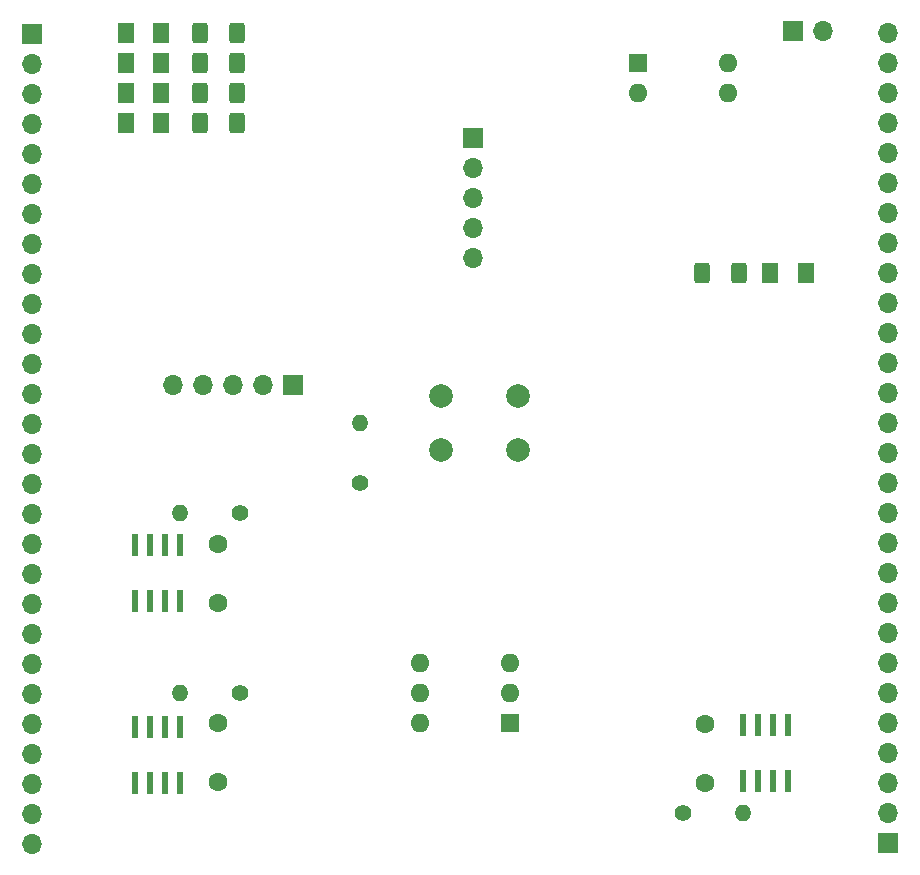
<source format=gbr>
%TF.GenerationSoftware,KiCad,Pcbnew,7.0.7*%
%TF.CreationDate,2024-01-26T20:02:37-03:00*%
%TF.ProjectId,hack_soc_shield,6861636b-5f73-46f6-935f-736869656c64,rev?*%
%TF.SameCoordinates,PX26ed550PY6160b60*%
%TF.FileFunction,Soldermask,Top*%
%TF.FilePolarity,Negative*%
%FSLAX46Y46*%
G04 Gerber Fmt 4.6, Leading zero omitted, Abs format (unit mm)*
G04 Created by KiCad (PCBNEW 7.0.7) date 2024-01-26 20:02:37*
%MOMM*%
%LPD*%
G01*
G04 APERTURE LIST*
G04 Aperture macros list*
%AMRoundRect*
0 Rectangle with rounded corners*
0 $1 Rounding radius*
0 $2 $3 $4 $5 $6 $7 $8 $9 X,Y pos of 4 corners*
0 Add a 4 corners polygon primitive as box body*
4,1,4,$2,$3,$4,$5,$6,$7,$8,$9,$2,$3,0*
0 Add four circle primitives for the rounded corners*
1,1,$1+$1,$2,$3*
1,1,$1+$1,$4,$5*
1,1,$1+$1,$6,$7*
1,1,$1+$1,$8,$9*
0 Add four rect primitives between the rounded corners*
20,1,$1+$1,$2,$3,$4,$5,0*
20,1,$1+$1,$4,$5,$6,$7,0*
20,1,$1+$1,$6,$7,$8,$9,0*
20,1,$1+$1,$8,$9,$2,$3,0*%
G04 Aperture macros list end*
%ADD10R,1.700000X1.700000*%
%ADD11O,1.700000X1.700000*%
%ADD12C,2.000000*%
%ADD13C,1.600000*%
%ADD14RoundRect,0.250000X-0.400000X-0.625000X0.400000X-0.625000X0.400000X0.625000X-0.400000X0.625000X0*%
%ADD15C,1.400000*%
%ADD16O,1.400000X1.400000*%
%ADD17RoundRect,0.250001X0.462499X0.624999X-0.462499X0.624999X-0.462499X-0.624999X0.462499X-0.624999X0*%
%ADD18R,1.600000X1.600000*%
%ADD19O,1.600000X1.600000*%
%ADD20R,0.558800X1.981200*%
G04 APERTURE END LIST*
D10*
%TO.C,J5*%
X23952000Y41783000D03*
D11*
X21412000Y41783000D03*
X18872000Y41783000D03*
X16332000Y41783000D03*
X13792000Y41783000D03*
%TD*%
D12*
%TO.C,SW1*%
X36502000Y40858000D03*
X43002000Y40858000D03*
X36502000Y36358000D03*
X43002000Y36358000D03*
%TD*%
D13*
%TO.C,C3*%
X17602000Y23368000D03*
X17602000Y28368000D03*
%TD*%
%TO.C,C2*%
X17602000Y8168000D03*
X17602000Y13168000D03*
%TD*%
D10*
%TO.C,J1*%
X39192000Y62738000D03*
D11*
X39192000Y60198000D03*
X39192000Y57658000D03*
X39192000Y55118000D03*
X39192000Y52578000D03*
%TD*%
D14*
%TO.C,R8*%
X16089500Y71628000D03*
X19189500Y71628000D03*
%TD*%
D15*
%TO.C,R2*%
X19507000Y15748000D03*
D16*
X14427000Y15748000D03*
%TD*%
D17*
%TO.C,D1*%
X12777000Y64008000D03*
X9802000Y64008000D03*
%TD*%
D18*
%TO.C,SW3*%
X42367000Y13208000D03*
D19*
X42367000Y15748000D03*
X42367000Y18288000D03*
X34747000Y18288000D03*
X34747000Y15748000D03*
X34747000Y13208000D03*
%TD*%
D10*
%TO.C,J10*%
X1854000Y71526400D03*
D11*
X1854000Y68986400D03*
X1854000Y66446400D03*
X1854000Y63906400D03*
X1854000Y61366400D03*
X1854000Y58826400D03*
X1854000Y56286400D03*
X1854000Y53746400D03*
X1854000Y51206400D03*
X1854000Y48666400D03*
X1854000Y46126400D03*
X1854000Y43586400D03*
X1854000Y41046400D03*
X1854000Y38506400D03*
X1854000Y35966400D03*
X1854000Y33426400D03*
X1854000Y30886400D03*
X1854000Y28346400D03*
X1854000Y25806400D03*
X1854000Y23266400D03*
X1854000Y20726400D03*
X1854000Y18186400D03*
X1854000Y15646400D03*
X1854000Y13106400D03*
X1854000Y10566400D03*
X1854000Y8026400D03*
X1854000Y5486400D03*
X1854000Y2946400D03*
%TD*%
D14*
%TO.C,R9*%
X58597000Y51308000D03*
X61697000Y51308000D03*
%TD*%
D15*
%TO.C,R3*%
X19507000Y30988000D03*
D16*
X14427000Y30988000D03*
%TD*%
D17*
%TO.C,D5*%
X67349500Y51308000D03*
X64374500Y51308000D03*
%TD*%
D20*
%TO.C,U2*%
X14427000Y12852400D03*
X13157000Y12852400D03*
X11887000Y12852400D03*
X10617000Y12852400D03*
X10617000Y8128000D03*
X11887000Y8128000D03*
X13157000Y8128000D03*
X14427000Y8128000D03*
%TD*%
D10*
%TO.C,J11*%
X74345600Y3048000D03*
D11*
X74345600Y5588000D03*
X74345600Y8128000D03*
X74345600Y10668000D03*
X74345600Y13208000D03*
X74345600Y15748000D03*
X74345600Y18288000D03*
X74345600Y20828000D03*
X74345600Y23368000D03*
X74345600Y25908000D03*
X74345600Y28448000D03*
X74345600Y30988000D03*
X74345600Y33528000D03*
X74345600Y36068000D03*
X74345600Y38608000D03*
X74345600Y41148000D03*
X74345600Y43688000D03*
X74345600Y46228000D03*
X74345600Y48768000D03*
X74345600Y51308000D03*
X74345600Y53848000D03*
X74345600Y56388000D03*
X74345600Y58928000D03*
X74345600Y61468000D03*
X74345600Y64008000D03*
X74345600Y66548000D03*
X74345600Y69088000D03*
X74345600Y71628000D03*
%TD*%
D17*
%TO.C,D2*%
X12777000Y66548000D03*
X9802000Y66548000D03*
%TD*%
%TO.C,D3*%
X12777000Y69088000D03*
X9802000Y69088000D03*
%TD*%
D13*
%TO.C,C1*%
X58877000Y13128000D03*
X58877000Y8128000D03*
%TD*%
D17*
%TO.C,D4*%
X12777000Y71628000D03*
X9802000Y71628000D03*
%TD*%
D18*
%TO.C,SW2*%
X53204500Y69093000D03*
D19*
X53204500Y66553000D03*
X60824500Y66553000D03*
X60824500Y69093000D03*
%TD*%
D14*
%TO.C,R7*%
X16089500Y69088000D03*
X19189500Y69088000D03*
%TD*%
D20*
%TO.C,U3*%
X14427000Y28230200D03*
X13157000Y28230200D03*
X11887000Y28230200D03*
X10617000Y28230200D03*
X10617000Y23505800D03*
X11887000Y23505800D03*
X13157000Y23505800D03*
X14427000Y23505800D03*
%TD*%
D15*
%TO.C,R4*%
X29667000Y33528000D03*
D16*
X29667000Y38608000D03*
%TD*%
D20*
%TO.C,U1*%
X62052000Y8305800D03*
X63322000Y8305800D03*
X64592000Y8305800D03*
X65862000Y8305800D03*
X65862000Y13030200D03*
X64592000Y13030200D03*
X63322000Y13030200D03*
X62052000Y13030200D03*
%TD*%
D14*
%TO.C,R6*%
X16089500Y66548000D03*
X19189500Y66548000D03*
%TD*%
%TO.C,R5*%
X16089500Y64008000D03*
X19189500Y64008000D03*
%TD*%
D15*
%TO.C,R1*%
X56972000Y5588000D03*
D16*
X62052000Y5588000D03*
%TD*%
D10*
%TO.C,J2*%
X66273400Y71780400D03*
D11*
X68813400Y71780400D03*
%TD*%
M02*

</source>
